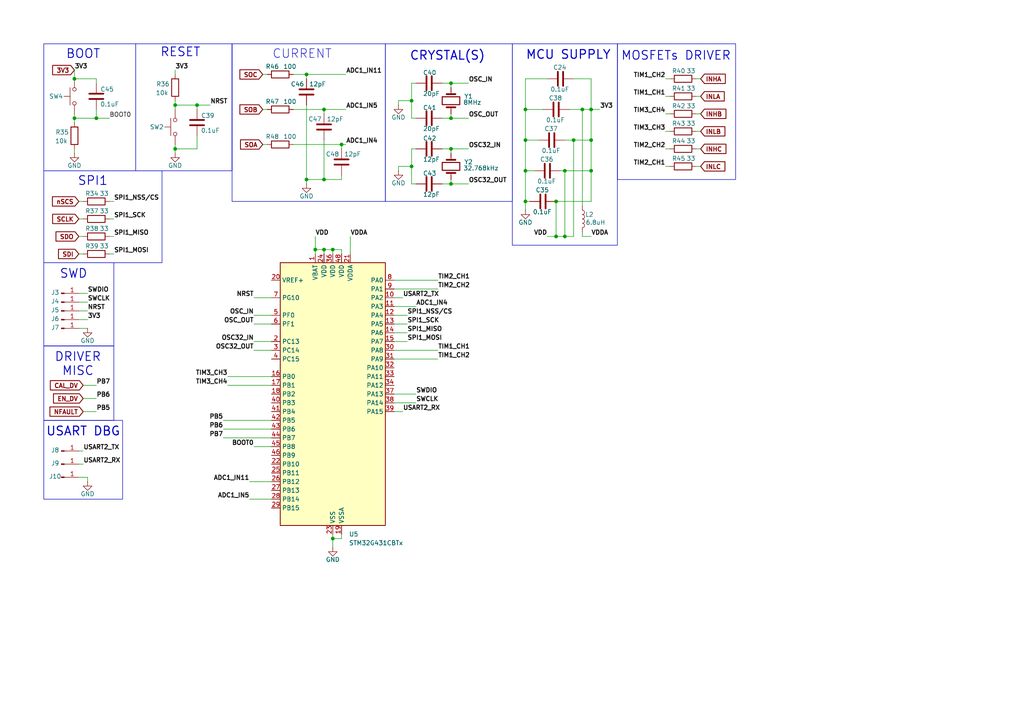
<source format=kicad_sch>
(kicad_sch (version 20250114) (generator "eeschema") (generator_version "9.0")
  (paper "A4")
  (lib_symbols
    (symbol "Connector:Conn_01x01_Pin" (pin_names (offset 1.016) (hide yes))
      (property "Reference" "J" (at 0 2.54 0))
      (property "Value" "Conn_01x01_Pin" (at 0 -2.54 0))
      (symbol "Conn_01x01_Pin_1_1"
        (rectangle (start 0.8636 0.127) (end 0 -0.127) (stroke (width 0.1524)) (fill (type outline)))
        (polyline (pts (xy 1.27 0) (xy 0.8636 0)) (stroke (width 0.1524)))
        (pin passive line (at 5.08 0 180) (length 3.81) (name "Pin_1") (number "1"))
      )
    )
    (symbol "Device:C" (pin_numbers (hide yes)) (pin_names (offset 0.254))
      (property "Reference" "C" (at 0.635 2.54 0))
      (property "Value" "C" (at 0.635 -2.54 0))
      (symbol "C_0_1"
        (polyline (pts (xy -2.032 0.762) (xy 2.032 0.762)) (stroke (width 0.508)))
        (polyline (pts (xy -2.032 -0.762) (xy 2.032 -0.762)) (stroke (width 0.508)))
      )
      (symbol "C_1_1"
        (pin passive line (at 0 3.81 270) (length 2.794) (name "~") (number "1"))
        (pin passive line (at 0 -3.81 90) (length 2.794) (name "~") (number "2"))
      )
    )
    (symbol "Device:Crystal" (pin_numbers (hide yes)) (pin_names (offset 1.016) (hide yes))
      (property "Reference" "Y" (at 0 3.81 0))
      (property "Value" "Crystal" (at 0 -3.81 0))
      (symbol "Crystal_0_1"
        (polyline (pts (xy -2.54 0) (xy -1.905 0)))
        (polyline (pts (xy -1.905 -1.27) (xy -1.905 1.27)) (stroke (width 0.508)))
        (rectangle (start -1.143 2.54) (end 1.143 -2.54) (stroke (width 0.3048)))
        (polyline (pts (xy 1.905 -1.27) (xy 1.905 1.27)) (stroke (width 0.508)))
        (polyline (pts (xy 2.54 0) (xy 1.905 0)))
      )
      (symbol "Crystal_1_1"
        (pin passive line (at -3.81 0 0) (length 1.27) (name "1") (number "1"))
        (pin passive line (at 3.81 0 180) (length 1.27) (name "2") (number "2"))
      )
    )
    (symbol "Device:L" (pin_numbers (hide yes)) (pin_names (offset 1.016) (hide yes))
      (property "Reference" "L" (at -1.27 0 90))
      (property "Value" "L" (at 1.905 0 90))
      (symbol "L_0_1"
        (arc (start 0 2.54) (mid 0.6323 1.905) (end 0 1.27))
        (arc (start 0 1.27) (mid 0.6323 0.635) (end 0 0))
        (arc (start 0 0) (mid 0.6323 -0.635) (end 0 -1.27))
        (arc (start 0 -1.27) (mid 0.6323 -1.905) (end 0 -2.54))
      )
      (symbol "L_1_1"
        (pin passive line (at 0 3.81 270) (length 1.27) (name "1") (number "1"))
        (pin passive line (at 0 -3.81 90) (length 1.27) (name "2") (number "2"))
      )
    )
    (symbol "Device:R" (pin_numbers (hide yes)) (pin_names (offset 0))
      (property "Reference" "R" (at 2.032 0 90))
      (property "Value" "R" (at 0 0 90))
      (symbol "R_0_1"
        (rectangle (start -1.016 -2.54) (end 1.016 2.54) (stroke (width 0.254)))
      )
      (symbol "R_1_1"
        (pin passive line (at 0 3.81 270) (length 1.27) (name "~") (number "1"))
        (pin passive line (at 0 -3.81 90) (length 1.27) (name "~") (number "2"))
      )
    )
    (symbol "MCU_ST_STM32G4:STM32G431CBTx"
      (property "Reference" "U" (at -15.24 39.37 0))
      (property "Value" "STM32G431CBTx" (at 7.62 39.37 0))
      (symbol "STM32G431CBTx_0_1"
        (rectangle (start -15.24 -38.1) (end 15.24 38.1) (stroke (width 0.254)) (fill (type background)))
      )
      (symbol "STM32G431CBTx_1_1"
        (pin input line (at -17.78 33.02 0) (length 2.54) (name "VREF+") (number "20"))
        (pin bidirectional line (at -17.78 27.94 0) (length 2.54) (name "PG10") (number "7"))
        (pin bidirectional line (at -17.78 22.86 0) (length 2.54) (name "PF0") (number "5"))
        (pin bidirectional line (at -17.78 20.32 0) (length 2.54) (name "PF1") (number "6"))
        (pin bidirectional line (at -17.78 15.24 0) (length 2.54) (name "PC13") (number "2"))
        (pin bidirectional line (at -17.78 12.7 0) (length 2.54) (name "PC14") (number "3"))
        (pin bidirectional line (at -17.78 10.16 0) (length 2.54) (name "PC15") (number "4"))
        (pin bidirectional line (at -17.78 5.08 0) (length 2.54) (name "PB0") (number "16"))
        (pin bidirectional line (at -17.78 2.54 0) (length 2.54) (name "PB1") (number "17"))
        (pin bidirectional line (at -17.78 0 0) (length 2.54) (name "PB2") (number "18"))
        (pin bidirectional line (at -17.78 -2.54 0) (length 2.54) (name "PB3") (number "40"))
        (pin bidirectional line (at -17.78 -5.08 0) (length 2.54) (name "PB4") (number "41"))
        (pin bidirectional line (at -17.78 -7.62 0) (length 2.54) (name "PB5") (number "42"))
        (pin bidirectional line (at -17.78 -10.16 0) (length 2.54) (name "PB6") (number "43"))
        (pin bidirectional line (at -17.78 -12.7 0) (length 2.54) (name "PB7") (number "44"))
        (pin bidirectional line (at -17.78 -15.24 0) (length 2.54) (name "PB8") (number "45"))
        (pin bidirectional line (at -17.78 -17.78 0) (length 2.54) (name "PB9") (number "46"))
        (pin bidirectional line (at -17.78 -20.32 0) (length 2.54) (name "PB10") (number "22"))
        (pin bidirectional line (at -17.78 -22.86 0) (length 2.54) (name "PB11") (number "25"))
        (pin bidirectional line (at -17.78 -25.4 0) (length 2.54) (name "PB12") (number "26"))
        (pin bidirectional line (at -17.78 -27.94 0) (length 2.54) (name "PB13") (number "27"))
        (pin bidirectional line (at -17.78 -30.48 0) (length 2.54) (name "PB14") (number "28"))
        (pin bidirectional line (at -17.78 -33.02 0) (length 2.54) (name "PB15") (number "29"))
        (pin power_in line (at -5.08 40.64 270) (length 2.54) (name "VBAT") (number "1"))
        (pin power_in line (at -2.54 40.64 270) (length 2.54) (name "VDD") (number "24"))
        (pin power_in line (at 0 40.64 270) (length 2.54) (name "VDD") (number "36"))
        (pin power_in line (at 0 -40.64 90) (length 2.54) (name "VSS") (number "23"))
        (pin passive line (at 0 -40.64 90) (length 2.54) (hide yes) (name "VSS") (number "35"))
        (pin passive line (at 0 -40.64 90) (length 2.54) (hide yes) (name "VSS") (number "47"))
        (pin power_in line (at 2.54 40.64 270) (length 2.54) (name "VDD") (number "48"))
        (pin power_in line (at 2.54 -40.64 90) (length 2.54) (name "VSSA") (number "19"))
        (pin power_in line (at 5.08 40.64 270) (length 2.54) (name "VDDA") (number "21"))
        (pin bidirectional line (at 17.78 33.02 180) (length 2.54) (name "PA0") (number "8"))
        (pin bidirectional line (at 17.78 30.48 180) (length 2.54) (name "PA1") (number "9"))
        (pin bidirectional line (at 17.78 27.94 180) (length 2.54) (name "PA2") (number "10"))
        (pin bidirectional line (at 17.78 25.4 180) (length 2.54) (name "PA3") (number "11"))
        (pin bidirectional line (at 17.78 22.86 180) (length 2.54) (name "PA4") (number "12"))
        (pin bidirectional line (at 17.78 20.32 180) (length 2.54) (name "PA5") (number "13"))
        (pin bidirectional line (at 17.78 17.78 180) (length 2.54) (name "PA6") (number "14"))
        (pin bidirectional line (at 17.78 15.24 180) (length 2.54) (name "PA7") (number "15"))
        (pin bidirectional line (at 17.78 12.7 180) (length 2.54) (name "PA8") (number "30"))
        (pin bidirectional line (at 17.78 10.16 180) (length 2.54) (name "PA9") (number "31"))
        (pin bidirectional line (at 17.78 7.62 180) (length 2.54) (name "PA10") (number "32"))
        (pin bidirectional line (at 17.78 5.08 180) (length 2.54) (name "PA11") (number "33"))
        (pin bidirectional line (at 17.78 2.54 180) (length 2.54) (name "PA12") (number "34"))
        (pin bidirectional line (at 17.78 0 180) (length 2.54) (name "PA13") (number "37"))
        (pin bidirectional line (at 17.78 -2.54 180) (length 2.54) (name "PA14") (number "38"))
        (pin bidirectional line (at 17.78 -5.08 180) (length 2.54) (name "PA15") (number "39"))
      )
    )
    (symbol "Switch:SW_Omron_B3FS" (pin_numbers (hide yes)) (pin_names (offset 1.016) (hide yes))
      (property "Reference" "SW" (at 1.27 2.54 0))
      (property "Value" "SW_Omron_B3FS" (at 0 -1.524 0))
      (symbol "SW_Omron_B3FS_0_1"
        (circle (center -2.032 0) (radius 0.508))
        (polyline (pts (xy 0 1.27) (xy 0 3.048)))
        (circle (center 2.032 0) (radius 0.508))
        (polyline (pts (xy 2.54 1.27) (xy -2.54 1.27)))
        (pin passive line (at -5.08 0 0) (length 2.54) (name "1") (number "1"))
        (pin passive line (at 5.08 0 180) (length 2.54) (name "2") (number "2"))
      )
    )
    (symbol "power:GND" (power) (pin_numbers (hide yes)) (pin_names (offset 0) (hide yes))
      (property "Value" "GND" (at 0 -3.81 0))
      (symbol "GND_0_1"
        (polyline (pts (xy 0 0) (xy 0 -1.27) (xy 1.27 -1.27) (xy 0 -2.54) (xy -1.27 -1.27) (xy 0 -1.27)))
      )
      (symbol "GND_1_1"
        (pin power_in line (at 0 0 270) (length 0) (name "~") (number "1"))
      )
    )
  )
  (rectangle (start 12.7 49.53) (end 46.99 76.2))
  (rectangle (start 179.07 12.7) (end 213.36 52.07))
  (rectangle (start 111.76 12.7) (end 148.59 58.42))
  (rectangle (start 12.7 121.92) (end 35.56 144.78))
  (rectangle (start 39.37 12.7) (end 67.31 49.53))
  (rectangle (start 12.7 12.7) (end 39.37 49.53))
  (rectangle (start 67.31 12.7) (end 111.76 58.42))
  (rectangle (start 12.7 76.2) (end 33.02 100.33))
  (rectangle (start 148.59 12.7) (end 179.07 71.12))
  (rectangle (start 12.7 100.33) (end 33.02 121.92))
  (text "DRIVER\nMISC" (at 22.606 105.664 0) (effects (font (size 2.54 2.54) (thickness 0.254) (bold yes))))
  (text "CRYSTAL(S)" (at 129.794 16.256 0) (effects (font (size 2.54 2.54) (thickness 0.3175))))
  (text "MCU SUPPLY" (at 164.846 16.002 0) (effects (font (size 2.54 2.54) (thickness 0.3175))))
  (text "SPI1" (at 26.924 52.578 0) (effects (font (size 2.54 2.54) (thickness 0.254) (bold yes))))
  (text "CURRENT" (at 87.63 15.748 0) (effects (font (size 2.54 2.54) (thickness 0.1588))))
  (text "USART DBG" (at 24.13 125.222 0) (effects (font (size 2.54 2.54) (thickness 0.3175))))
  (text "SWD" (at 21.336 79.502 0) (effects (font (size 2.54 2.54) (thickness 0.254) (bold yes))))
  (text "MOSFETs DRIVER" (at 196.088 16.256 0) (effects (font (size 2.54 2.54) (thickness 0.254) (bold yes))))
  (text "RESET" (at 52.324 15.24 0) (effects (font (size 2.54 2.54) (thickness 0.254) (bold yes))))
  (text "BOOT" (at 24.13 15.748 0) (effects (font (size 2.54 2.54) (thickness 0.254) (bold yes))))
  (junction (at 152.4 40.64))
  (junction (at 130.81 43.18))
  (junction (at 152.4 58.42))
  (junction (at 21.59 34.29))
  (junction (at 50.8 43.18))
  (junction (at 130.81 34.29))
  (junction (at 57.15 30.48))
  (junction (at 96.52 156.21))
  (junction (at 27.94 34.29))
  (junction (at 161.29 68.58))
  (junction (at 91.44 72.39))
  (junction (at 88.9 21.59))
  (junction (at 152.4 49.53))
  (junction (at 96.52 72.39))
  (junction (at 88.9 52.07))
  (junction (at 93.98 52.07))
  (junction (at 171.45 31.75))
  (junction (at 171.45 49.53))
  (junction (at 171.45 40.64))
  (junction (at 130.81 24.13))
  (junction (at 93.98 31.75))
  (junction (at 152.4 31.75))
  (junction (at 93.98 72.39))
  (junction (at 130.81 53.34))
  (junction (at 161.29 58.42))
  (junction (at 21.59 22.86))
  (junction (at 166.37 40.64))
  (junction (at 119.38 48.26))
  (junction (at 99.06 41.91))
  (junction (at 163.83 49.53))
  (junction (at 163.83 68.58))
  (junction (at 119.38 29.21))
  (junction (at 168.91 31.75))
  (junction (at 50.8 30.48))
  (wire (pts (xy 135.89 43.18) (xy 130.81 43.18)))
  (wire (pts (xy 73.66 101.6) (xy 78.74 101.6)))
  (wire (pts (xy 161.29 68.58) (xy 163.83 68.58)))
  (wire (pts (xy 156.21 40.64) (xy 152.4 40.64)))
  (wire (pts (xy 96.52 156.21) (xy 99.06 156.21)))
  (wire (pts (xy 85.09 31.75) (xy 93.98 31.75)))
  (wire (pts (xy 168.91 68.58) (xy 171.45 68.58)))
  (wire (pts (xy 168.91 31.75) (xy 168.91 59.69)))
  (wire (pts (xy 21.59 34.29) (xy 21.59 35.56)))
  (wire (pts (xy 93.98 31.75) (xy 93.98 33.02)))
  (wire (pts (xy 31.75 63.5) (xy 33.02 63.5)))
  (wire (pts (xy 21.59 33.02) (xy 21.59 34.29)))
  (wire (pts (xy 93.98 72.39) (xy 93.98 73.66)))
  (wire (pts (xy 168.91 31.75) (xy 171.45 31.75)))
  (wire (pts (xy 24.13 134.62) (xy 22.86 134.62)))
  (wire (pts (xy 114.3 101.6) (xy 127 101.6)))
  (wire (pts (xy 21.59 22.86) (xy 27.94 22.86)))
  (wire (pts (xy 120.65 116.84) (xy 114.3 116.84)))
  (wire (pts (xy 99.06 72.39) (xy 96.52 72.39)))
  (wire (pts (xy 152.4 58.42) (xy 152.4 49.53)))
  (wire (pts (xy 130.81 43.18) (xy 130.81 44.45)))
  (wire (pts (xy 203.2 33.02) (xy 201.93 33.02)))
  (wire (pts (xy 114.3 104.14) (xy 127 104.14)))
  (wire (pts (xy 171.45 31.75) (xy 173.99 31.75)))
  (wire (pts (xy 152.4 58.42) (xy 153.67 58.42)))
  (wire (pts (xy 27.94 34.29) (xy 21.59 34.29)))
  (wire (pts (xy 171.45 40.64) (xy 171.45 49.53)))
  (wire (pts (xy 73.66 91.44) (xy 78.74 91.44)))
  (wire (pts (xy 93.98 52.07) (xy 99.06 52.07)))
  (wire (pts (xy 168.91 67.31) (xy 168.91 68.58)))
  (wire (pts (xy 57.15 30.48) (xy 50.8 30.48)))
  (wire (pts (xy 25.4 90.17) (xy 22.86 90.17)))
  (wire (pts (xy 116.84 119.38) (xy 114.3 119.38)))
  (wire (pts (xy 93.98 31.75) (xy 100.33 31.75)))
  (wire (pts (xy 158.75 22.86) (xy 152.4 22.86)))
  (wire (pts (xy 72.39 144.78) (xy 78.74 144.78)))
  (wire (pts (xy 166.37 40.64) (xy 171.45 40.64)))
  (wire (pts (xy 88.9 21.59) (xy 88.9 22.86)))
  (wire (pts (xy 118.11 99.06) (xy 114.3 99.06)))
  (wire (pts (xy 130.81 24.13) (xy 130.81 25.4)))
  (wire (pts (xy 99.06 73.66) (xy 99.06 72.39)))
  (wire (pts (xy 130.81 33.02) (xy 130.81 34.29)))
  (wire (pts (xy 193.04 27.94) (xy 194.31 27.94)))
  (wire (pts (xy 161.29 58.42) (xy 171.45 58.42)))
  (wire (pts (xy 25.4 92.71) (xy 22.86 92.71)))
  (wire (pts (xy 31.75 68.58) (xy 33.02 68.58)))
  (wire (pts (xy 76.2 31.75) (xy 77.47 31.75)))
  (wire (pts (xy 163.83 40.64) (xy 166.37 40.64)))
  (wire (pts (xy 73.66 93.98) (xy 78.74 93.98)))
  (wire (pts (xy 96.52 72.39) (xy 96.52 73.66)))
  (wire (pts (xy 101.6 68.58) (xy 101.6 73.66)))
  (wire (pts (xy 203.2 38.1) (xy 201.93 38.1)))
  (wire (pts (xy 64.77 127) (xy 78.74 127)))
  (wire (pts (xy 85.09 21.59) (xy 88.9 21.59)))
  (wire (pts (xy 21.59 43.18) (xy 21.59 44.45)))
  (wire (pts (xy 163.83 49.53) (xy 163.83 68.58)))
  (wire (pts (xy 161.29 68.58) (xy 161.29 58.42)))
  (wire (pts (xy 120.65 114.3) (xy 114.3 114.3)))
  (wire (pts (xy 88.9 21.59) (xy 100.33 21.59)))
  (wire (pts (xy 22.86 138.43) (xy 25.4 138.43)))
  (wire (pts (xy 130.81 34.29) (xy 135.89 34.29)))
  (wire (pts (xy 119.38 48.26) (xy 119.38 53.34)))
  (wire (pts (xy 96.52 154.94) (xy 96.52 156.21)))
  (wire (pts (xy 115.57 49.53) (xy 115.57 48.26)))
  (wire (pts (xy 158.75 68.58) (xy 161.29 68.58)))
  (wire (pts (xy 115.57 48.26) (xy 119.38 48.26)))
  (wire (pts (xy 119.38 43.18) (xy 119.38 48.26)))
  (wire (pts (xy 24.13 111.76) (xy 27.94 111.76)))
  (wire (pts (xy 50.8 29.21) (xy 50.8 30.48)))
  (wire (pts (xy 193.04 43.18) (xy 194.31 43.18)))
  (wire (pts (xy 25.4 87.63) (xy 22.86 87.63)))
  (wire (pts (xy 118.11 91.44) (xy 114.3 91.44)))
  (wire (pts (xy 203.2 27.94) (xy 201.93 27.94)))
  (wire (pts (xy 57.15 43.18) (xy 50.8 43.18)))
  (wire (pts (xy 31.75 73.66) (xy 33.02 73.66)))
  (wire (pts (xy 50.8 30.48) (xy 50.8 31.75)))
  (wire (pts (xy 163.83 49.53) (xy 171.45 49.53)))
  (wire (pts (xy 116.84 86.36) (xy 114.3 86.36)))
  (wire (pts (xy 118.11 96.52) (xy 114.3 96.52)))
  (wire (pts (xy 57.15 30.48) (xy 60.96 30.48)))
  (wire (pts (xy 93.98 40.64) (xy 93.98 52.07)))
  (wire (pts (xy 120.65 43.18) (xy 119.38 43.18)))
  (wire (pts (xy 27.94 24.13) (xy 27.94 22.86)))
  (wire (pts (xy 152.4 22.86) (xy 152.4 31.75)))
  (wire (pts (xy 88.9 30.48) (xy 88.9 52.07)))
  (wire (pts (xy 88.9 52.07) (xy 93.98 52.07)))
  (wire (pts (xy 115.57 29.21) (xy 119.38 29.21)))
  (wire (pts (xy 152.4 31.75) (xy 152.4 40.64)))
  (wire (pts (xy 96.52 156.21) (xy 96.52 158.75)))
  (wire (pts (xy 22.86 63.5) (xy 24.13 63.5)))
  (wire (pts (xy 99.06 41.91) (xy 99.06 43.18)))
  (wire (pts (xy 99.06 41.91) (xy 100.33 41.91)))
  (wire (pts (xy 193.04 22.86) (xy 194.31 22.86)))
  (wire (pts (xy 21.59 20.32) (xy 21.59 22.86)))
  (wire (pts (xy 152.4 40.64) (xy 152.4 49.53)))
  (wire (pts (xy 22.86 58.42) (xy 24.13 58.42)))
  (wire (pts (xy 128.27 43.18) (xy 130.81 43.18)))
  (wire (pts (xy 57.15 30.48) (xy 57.15 31.75)))
  (wire (pts (xy 73.66 129.54) (xy 78.74 129.54)))
  (wire (pts (xy 99.06 50.8) (xy 99.06 52.07)))
  (wire (pts (xy 50.8 44.45) (xy 50.8 43.18)))
  (wire (pts (xy 166.37 40.64) (xy 166.37 68.58)))
  (wire (pts (xy 57.15 39.37) (xy 57.15 43.18)))
  (wire (pts (xy 193.04 38.1) (xy 194.31 38.1)))
  (wire (pts (xy 27.94 31.75) (xy 27.94 34.29)))
  (wire (pts (xy 165.1 31.75) (xy 168.91 31.75)))
  (wire (pts (xy 171.45 22.86) (xy 171.45 31.75)))
  (wire (pts (xy 24.13 130.81) (xy 22.86 130.81)))
  (wire (pts (xy 171.45 49.53) (xy 171.45 58.42)))
  (wire (pts (xy 152.4 60.96) (xy 152.4 58.42)))
  (wire (pts (xy 76.2 21.59) (xy 77.47 21.59)))
  (wire (pts (xy 22.86 68.58) (xy 24.13 68.58)))
  (wire (pts (xy 66.04 111.76) (xy 78.74 111.76)))
  (wire (pts (xy 24.13 115.57) (xy 27.94 115.57)))
  (wire (pts (xy 128.27 24.13) (xy 130.81 24.13)))
  (wire (pts (xy 120.65 24.13) (xy 119.38 24.13)))
  (wire (pts (xy 73.66 99.06) (xy 78.74 99.06)))
  (wire (pts (xy 163.83 68.58) (xy 166.37 68.58)))
  (wire (pts (xy 119.38 34.29) (xy 120.65 34.29)))
  (wire (pts (xy 130.81 52.07) (xy 130.81 53.34)))
  (wire (pts (xy 22.86 73.66) (xy 24.13 73.66)))
  (wire (pts (xy 162.56 49.53) (xy 163.83 49.53)))
  (wire (pts (xy 203.2 22.86) (xy 201.93 22.86)))
  (wire (pts (xy 96.52 72.39) (xy 93.98 72.39)))
  (wire (pts (xy 27.94 34.29) (xy 31.75 34.29)))
  (wire (pts (xy 50.8 20.32) (xy 50.8 21.59)))
  (wire (pts (xy 120.65 88.9) (xy 114.3 88.9)))
  (wire (pts (xy 157.48 31.75) (xy 152.4 31.75)))
  (wire (pts (xy 85.09 41.91) (xy 99.06 41.91)))
  (wire (pts (xy 25.4 138.43) (xy 25.4 139.7)))
  (wire (pts (xy 114.3 81.28) (xy 127 81.28)))
  (wire (pts (xy 73.66 86.36) (xy 78.74 86.36)))
  (wire (pts (xy 128.27 34.29) (xy 130.81 34.29)))
  (wire (pts (xy 193.04 48.26) (xy 194.31 48.26)))
  (wire (pts (xy 135.89 24.13) (xy 130.81 24.13)))
  (wire (pts (xy 31.75 58.42) (xy 33.02 58.42)))
  (wire (pts (xy 203.2 43.18) (xy 201.93 43.18)))
  (wire (pts (xy 114.3 83.82) (xy 127 83.82)))
  (wire (pts (xy 166.37 22.86) (xy 171.45 22.86)))
  (wire (pts (xy 128.27 53.34) (xy 130.81 53.34)))
  (wire (pts (xy 119.38 53.34) (xy 120.65 53.34)))
  (wire (pts (xy 118.11 93.98) (xy 114.3 93.98)))
  (wire (pts (xy 25.4 95.25) (xy 22.86 95.25)))
  (wire (pts (xy 203.2 48.26) (xy 201.93 48.26)))
  (wire (pts (xy 193.04 33.02) (xy 194.31 33.02)))
  (wire (pts (xy 66.04 109.22) (xy 78.74 109.22)))
  (wire (pts (xy 50.8 41.91) (xy 50.8 43.18)))
  (wire (pts (xy 64.77 121.92) (xy 78.74 121.92)))
  (wire (pts (xy 24.13 119.38) (xy 27.94 119.38)))
  (wire (pts (xy 171.45 31.75) (xy 171.45 40.64)))
  (wire (pts (xy 64.77 124.46) (xy 78.74 124.46)))
  (wire (pts (xy 154.94 49.53) (xy 152.4 49.53)))
  (wire (pts (xy 88.9 52.07) (xy 88.9 53.34)))
  (wire (pts (xy 72.39 139.7) (xy 78.74 139.7)))
  (wire (pts (xy 130.81 53.34) (xy 135.89 53.34)))
  (wire (pts (xy 76.2 41.91) (xy 77.47 41.91)))
  (wire (pts (xy 91.44 72.39) (xy 93.98 72.39)))
  (wire (pts (xy 119.38 29.21) (xy 119.38 34.29)))
  (wire (pts (xy 99.06 154.94) (xy 99.06 156.21)))
  (wire (pts (xy 119.38 24.13) (xy 119.38 29.21)))
  (wire (pts (xy 91.44 73.66) (xy 91.44 72.39)))
  (wire (pts (xy 25.4 85.09) (xy 22.86 85.09)))
  (wire (pts (xy 91.44 68.58) (xy 91.44 72.39)))
  (wire (pts (xy 115.57 30.48) (xy 115.57 29.21)))
  (label "TIM1_CH2" (at 127 104.14 0) (effects (font (thickness 0.254) (bold yes))))
  (label "ADC1_IN5" (at 72.39 144.78 180) (effects (font (thickness 0.254) (bold yes))))
  (label "ADC1_IN5" (at 100.33 31.75 0) (effects (font (thickness 0.254) (bold yes))))
  (label "SPI1_MOSI" (at 118.11 99.06 0) (effects (font (thickness 0.254) (bold yes))))
  (label "NRST" (at 73.66 86.36 180) (effects (font (thickness 0.254) (bold yes))))
  (label "VDDA" (at 101.6 68.58 0) (effects (font (thickness 0.254) (bold yes))))
  (label "SPI1_SCK" (at 33.02 63.5 0) (effects (font (thickness 0.254) (bold yes))))
  (label "TIM2_CH1" (at 127 81.28 0) (effects (font (thickness 0.254) (bold yes))))
  (label "3V3" (at 50.8 20.32 0) (effects (font (thickness 0.254) (bold yes))))
  (label "SPI1_NSS{slash}CS" (at 118.11 91.44 0) (effects (font (thickness 0.254) (bold yes))))
  (label "VDD" (at 91.44 68.58 0) (effects (font (thickness 0.254) (bold yes))))
  (label "PB7" (at 64.77 127 180) (effects (font (thickness 0.254) (bold yes))))
  (label "SWCLK" (at 25.4 87.63 0) (effects (font (thickness 0.254) (bold yes))))
  (label "OSC_IN" (at 135.89 24.13 0) (effects (font (thickness 0.254) (bold yes))))
  (label "SPI1_MISO" (at 118.11 96.52 0) (effects (font (thickness 0.254) (bold yes))))
  (label "VDD" (at 158.75 68.58 180) (effects (font (thickness 0.254) (bold yes))))
  (label "PB5" (at 27.94 119.38 0) (effects (font (thickness 0.254) (bold yes))))
  (label "TIM3_CH3" (at 193.04 38.1 180) (effects (font (thickness 0.254) (bold yes))))
  (label "OSC_IN" (at 73.66 91.44 180) (effects (font (thickness 0.254) (bold yes))))
  (label "OSC32_OUT" (at 73.66 101.6 180) (effects (font (thickness 0.254) (bold yes))))
  (label "SWDIO" (at 120.65 114.3 0) (effects (font (thickness 0.254) (bold yes))))
  (label "SPI1_NSS{slash}CS" (at 33.02 58.42 0) (effects (font (thickness 0.254) (bold yes))))
  (label "TIM1_CH2" (at 193.04 22.86 180) (effects (font (thickness 0.254) (bold yes))))
  (label "OSC32_IN" (at 135.89 43.18 0) (effects (font (thickness 0.254) (bold yes))))
  (label "PB6" (at 64.77 124.46 180) (effects (font (thickness 0.254) (bold yes))))
  (label "PB5" (at 64.77 121.92 180) (effects (font (thickness 0.254) (bold yes))))
  (label "TIM1_CH1" (at 127 101.6 0) (effects (font (thickness 0.254) (bold yes))))
  (label "USART2_RX" (at 116.84 119.38 0) (effects (font (thickness 0.254) (bold yes))))
  (label "ADC1_IN4" (at 100.33 41.91 0) (effects (font (thickness 0.254) (bold yes))))
  (label "OSC_OUT" (at 135.89 34.29 0) (effects (font (thickness 0.254) (bold yes))))
  (label "ADC1_IN4" (at 120.65 88.9 0) (effects (font (thickness 0.254) (bold yes))))
  (label "ADC1_IN11" (at 72.39 139.7 180) (effects (font (thickness 0.254) (bold yes))))
  (label "SWDIO" (at 25.4 85.09 0) (effects (font (thickness 0.254) (bold yes))))
  (label "TIM2_CH1" (at 193.04 48.26 180) (effects (font (thickness 0.254) (bold yes))))
  (label "SWCLK" (at 120.65 116.84 0) (effects (font (thickness 0.254) (bold yes))))
  (label "3V3" (at 21.59 20.32 0) (effects (font (thickness 0.254) (bold yes))))
  (label "SPI1_MISO" (at 33.02 68.58 0) (effects (font (thickness 0.254) (bold yes))))
  (label "VDDA" (at 171.45 68.58 0) (effects (font (thickness 0.254) (bold yes))))
  (label "TIM1_CH1" (at 193.04 27.94 180) (effects (font (thickness 0.254) (bold yes))))
  (label "PB6" (at 27.94 115.57 0) (effects (font (thickness 0.254) (bold yes))))
  (label "USART2_TX" (at 24.13 130.81 0) (effects (font (thickness 0.254) (bold yes))))
  (label "PB7" (at 27.94 111.76 0) (effects (font (thickness 0.254) (bold yes))))
  (label "BOOT0" (at 73.66 129.54 180) (effects (font (thickness 0.254) (bold yes))))
  (label "BOOT0" (at 31.75 34.29 0))
  (label "NRST" (at 25.4 90.17 0) (effects (font (thickness 0.254) (bold yes))))
  (label "USART2_RX" (at 24.13 134.62 0) (effects (font (thickness 0.254) (bold yes))))
  (label "3V3" (at 173.99 31.75 0) (effects (font (thickness 0.254) (bold yes))))
  (label "OSC_OUT" (at 73.66 93.98 180) (effects (font (thickness 0.254) (bold yes))))
  (label "SPI1_MOSI" (at 33.02 73.66 0) (effects (font (thickness 0.254) (bold yes))))
  (label "OSC32_OUT" (at 135.89 53.34 0) (effects (font (thickness 0.254) (bold yes))))
  (label "SPI1_SCK" (at 118.11 93.98 0) (effects (font (thickness 0.254) (bold yes))))
  (label "TIM3_CH3" (at 66.04 109.22 180) (effects (font (thickness 0.254) (bold yes))))
  (label "NRST" (at 60.96 30.48 0) (effects (font (thickness 0.254) (bold yes))))
  (label "3V3" (at 25.4 92.71 0) (effects (font (thickness 0.254) (bold yes))))
  (label "ADC1_IN11" (at 100.33 21.59 0) (effects (font (thickness 0.254) (bold yes))))
  (label "TIM3_CH4" (at 66.04 111.76 180) (effects (font (thickness 0.254) (bold yes))))
  (label "TIM3_CH4" (at 193.04 33.02 180) (effects (font (thickness 0.254) (bold yes))))
  (label "TIM2_CH2" (at 127 83.82 0) (effects (font (thickness 0.254) (bold yes))))
  (label "OSC32_IN" (at 73.66 99.06 180) (effects (font (thickness 0.254) (bold yes))))
  (label "TIM2_CH2" (at 193.04 43.18 180) (effects (font (thickness 0.254) (bold yes))))
  (label "USART2_TX" (at 116.84 86.36 0) (effects (font (thickness 0.254) (bold yes))))
  (global_label "SOC" (shape input) (at 76.2 21.59 180) (effects (font (thickness 0.254) (bold yes))) (property "Intersheetrefs" "${INTERSHEET_REFS}" (effects (hide yes))))
  (global_label "SDI" (shape input) (at 22.86 73.66 180) (effects (font (thickness 0.254) (bold yes))) (property "Intersheetrefs" "${INTERSHEET_REFS}" (effects (hide yes))))
  (global_label "INHA" (shape input) (at 203.2 22.86 0) (effects (font (thickness 0.254) (bold yes))) (property "Intersheetrefs" "${INTERSHEET_REFS}" (effects (hide yes))))
  (global_label "NFAULT" (shape input) (at 24.13 119.38 180) (effects (font (thickness 0.254) (bold yes))) (property "Intersheetrefs" "${INTERSHEET_REFS}" (effects (hide yes))))
  (global_label "INLB" (shape input) (at 203.2 38.1 0) (effects (font (thickness 0.254) (bold yes))) (property "Intersheetrefs" "${INTERSHEET_REFS}" (effects (hide yes))))
  (global_label "SDO" (shape input) (at 22.86 68.58 180) (effects (font (thickness 0.254) (bold yes))) (property "Intersheetrefs" "${INTERSHEET_REFS}" (effects (hide yes))))
  (global_label "3V3" (shape input) (at 21.59 20.32 180) (effects (font (thickness 0.254) (bold yes))) (property "Intersheetrefs" "${INTERSHEET_REFS}" (effects (hide yes))))
  (global_label "INLA" (shape input) (at 203.2 27.94 0) (effects (font (thickness 0.254) (bold yes))) (property "Intersheetrefs" "${INTERSHEET_REFS}" (effects (hide yes))))
  (global_label "SOA" (shape input) (at 76.2 41.91 180) (effects (font (thickness 0.254) (bold yes))) (property "Intersheetrefs" "${INTERSHEET_REFS}" (effects (hide yes))))
  (global_label "SCLK" (shape input) (at 22.86 63.5 180) (effects (font (thickness 0.254) (bold yes))) (property "Intersheetrefs" "${INTERSHEET_REFS}" (effects (hide yes))))
  (global_label "INHC" (shape input) (at 203.2 43.18 0) (effects (font (thickness 0.254) (bold yes))) (property "Intersheetrefs" "${INTERSHEET_REFS}" (effects (hide yes))))
  (global_label "INHB" (shape input) (at 203.2 33.02 0) (effects (font (thickness 0.254) (bold yes))) (property "Intersheetrefs" "${INTERSHEET_REFS}" (effects (hide yes))))
  (global_label "CAL_DV" (shape input) (at 24.13 111.76 180) (effects (font (thickness 0.254) (bold yes))) (property "Intersheetrefs" "${INTERSHEET_REFS}" (effects (hide yes))))
  (global_label "nSCS" (shape input) (at 22.86 58.42 180) (effects (font (thickness 0.254) (bold yes))) (property "Intersheetrefs" "${INTERSHEET_REFS}" (effects (hide yes))))
  (global_label "EN_DV" (shape input) (at 24.13 115.57 180) (effects (font (thickness 0.254) (bold yes))) (property "Intersheetrefs" "${INTERSHEET_REFS}" (effects (hide yes))))
  (global_label "INLC" (shape input) (at 203.2 48.26 0) (effects (font (thickness 0.254) (bold yes))) (property "Intersheetrefs" "${INTERSHEET_REFS}" (effects (hide yes))))
  (global_label "SOB" (shape input) (at 76.2 31.75 180) (effects (font (thickness 0.254) (bold yes))) (property "Intersheetrefs" "${INTERSHEET_REFS}" (effects (hide yes))))
  (symbol (lib_id "power:GND") (at 25.4 139.7 0) (unit 1)
    (property "Reference" "#PWR032" (effects (hide yes)))
    (property "Value" "GND" (at 25.4 143.256 0))
    (property "Description" "Power symbol creates a global label with name \"GND\" , ground" (effects (hide yes)))
  )
  (symbol (lib_id "power:GND") (at 152.4 60.96 0) (unit 1)
    (property "Reference" "#PWR024" (effects (hide yes)))
    (property "Value" "GND" (at 152.4 64.516 0))
    (property "Description" "Power symbol creates a global label with name \"GND\" , ground" (effects (hide yes)))
  )
  (symbol (lib_id "Device:L") (at 168.91 63.5 0) (unit 1)
    (property "Reference" "L2" (at 170.942 62.23 0))
    (property "Value" "6.8uH" (at 172.72 64.516 0))
    (property "Footprint" "Inductor_SMD:L_0805_2012Metric_Pad1.05x1.20mm_HandSolder" (effects (hide yes)))
    (property "Description" "Inductor" (effects (hide yes)))
  )
  (symbol (lib_id "Device:R") (at 21.59 39.37 0) (unit 1)
    (property "Reference" "R35" (at 18.034 38.354 0))
    (property "Value" "10k" (at 17.78 40.894 0))
    (property "Footprint" "Resistor_SMD:R_0603_1608Metric_Pad0.98x0.95mm_HandSolder" (effects (hide yes)))
    (property "Description" "Resistor" (effects (hide yes)))
  )
  (symbol (lib_id "Device:C") (at 88.9 26.67 0) (unit 1)
    (property "Reference" "C46" (at 84.328 24.384 0) (effects (justify left)))
    (property "Value" "12pF" (at 89.662 24.384 0) (effects (justify left)))
    (property "Footprint" "Capacitor_SMD:C_0805_2012Metric_Pad1.18x1.45mm_HandSolder" (effects (hide yes)))
    (property "Description" "Unpolarized capacitor" (effects (hide yes)))
  )
  (symbol (lib_id "Device:C") (at 158.75 49.53 90) (unit 1)
    (property "Reference" "C36" (at 160.528 46.228 90) (effects (justify left)))
    (property "Value" "0.1uF" (at 161.29 52.578 90) (effects (justify left)))
    (property "Footprint" "Capacitor_SMD:C_0805_2012Metric_Pad1.18x1.45mm_HandSolder" (effects (hide yes)))
    (property "Description" "Unpolarized capacitor" (effects (hide yes)))
  )
  (symbol (lib_id "Device:C") (at 99.06 46.99 0) (unit 1)
    (property "Reference" "C48" (at 94.488 44.704 0) (effects (justify left)))
    (property "Value" "12pF" (at 99.822 44.704 0) (effects (justify left)))
    (property "Footprint" "Capacitor_SMD:C_0805_2012Metric_Pad1.18x1.45mm_HandSolder" (effects (hide yes)))
    (property "Description" "Unpolarized capacitor" (effects (hide yes)))
  )
  (symbol (lib_id "Connector:Conn_01x01_Pin") (at 17.78 92.71 0) (unit 1)
    (property "Reference" "J6" (at 16.002 92.456 0))
    (property "Value" "Conn_01x01_Pin" (effects (hide yes)))
    (property "Footprint" "Connector_PinHeader_2.54mm:PinHeader_1x01_P2.54mm_Vertical" (effects (hide yes)))
    (property "Description" "Generic connector, single row, 01x01, script generated" (effects (hide yes)))
  )
  (symbol (lib_id "MCU_ST_STM32G4:STM32G431CBTx") (at 96.52 114.3 0) (unit 1)
    (property "Reference" "U5" (at 101.2033 154.94 0) (effects (justify left)))
    (property "Value" "STM32G431CBTx" (at 101.2033 157.48 0) (effects (justify left)))
    (property "Footprint" "Package_QFP:LQFP-48_7x7mm_P0.5mm" (effects (hide yes)))
    (property "Datasheet" "https://www.st.com/resource/en/datasheet/stm32g431cb.pdf" (effects (hide yes)))
    (property "Description" "STMicroelectronics Arm Cortex-M4 MCU, 128KB flash, 32KB RAM, 170 MHz, 1.71-3.6V, 38 GPIO, LQFP48" (effects (hide yes)))
  )
  (symbol (lib_id "Device:C") (at 161.29 31.75 90) (unit 1)
    (property "Reference" "C38" (at 163.068 28.448 90) (effects (justify left)))
    (property "Value" "0.1uF" (at 163.83 34.798 90) (effects (justify left)))
    (property "Footprint" "Capacitor_SMD:C_0805_2012Metric_Pad1.18x1.45mm_HandSolder" (effects (hide yes)))
    (property "Description" "Unpolarized capacitor" (effects (hide yes)))
  )
  (symbol (lib_id "Switch:SW_Omron_B3FS") (at 21.59 27.94 90) (unit 1)
    (property "Reference" "SW4" (at 14.224 27.94 90) (effects (justify right)))
    (property "Value" "SW_Omron_B3FS" (effects (hide yes)))
    (property "Footprint" "Button_Switch_SMD:SW_SPST_Omron_B3FS-101xP" (effects (hide yes)))
    (property "Datasheet" "https://omronfs.omron.com/en_US/ecb/products/pdf/en-b3fs.pdf" (effects (hide yes)))
    (property "Description" "Omron B3FS 6x6mm single pole normally-open tactile switch" (effects (hide yes)))
  )
  (symbol (lib_id "power:GND") (at 96.52 158.75 0) (unit 1)
    (property "Reference" "#PWR025" (effects (hide yes)))
    (property "Value" "GND" (at 96.52 162.306 0))
    (property "Description" "Power symbol creates a global label with name \"GND\" , ground" (effects (hide yes)))
  )
  (symbol (lib_id "Connector:Conn_01x01_Pin") (at 17.78 134.62 0) (unit 1)
    (property "Reference" "J9" (at 16.002 134.366 0))
    (property "Value" "Conn_01x01_Pin" (effects (hide yes)))
    (property "Footprint" "Connector_PinHeader_2.54mm:PinHeader_1x01_P2.54mm_Vertical" (effects (hide yes)))
    (property "Description" "Generic connector, single row, 01x01, script generated" (effects (hide yes)))
  )
  (symbol (lib_id "Device:Crystal") (at 130.81 48.26 90) (unit 1)
    (property "Reference" "Y2" (at 134.62 46.9899 90) (effects (justify right)))
    (property "Value" "32.768kHz" (at 134.366 48.768 90) (effects (justify right)))
    (property "Footprint" "Crystal:Crystal_SMD_2012-2Pin_2.0x1.2mm_HandSoldering" (effects (hide yes)))
    (property "Description" "Two pin crystal" (effects (hide yes)))
  )
  (symbol (lib_id "Device:R") (at 198.12 48.26 270) (unit 1)
    (property "Reference" "R45" (at 196.85 45.974 90))
    (property "Value" "33" (at 200.406 45.974 90))
    (property "Footprint" "Resistor_SMD:R_0603_1608Metric_Pad0.98x0.95mm_HandSolder" (effects (hide yes)))
    (property "Description" "Resistor" (effects (hide yes)))
  )
  (symbol (lib_id "Device:C") (at 93.98 36.83 0) (unit 1)
    (property "Reference" "C47" (at 89.408 34.544 0) (effects (justify left)))
    (property "Value" "12pF" (at 94.742 34.544 0) (effects (justify left)))
    (property "Footprint" "Capacitor_SMD:C_0805_2012Metric_Pad1.18x1.45mm_HandSolder" (effects (hide yes)))
    (property "Description" "Unpolarized capacitor" (effects (hide yes)))
  )
  (symbol (lib_id "Device:C") (at 157.48 58.42 90) (unit 1)
    (property "Reference" "C35" (at 159.258 55.118 90) (effects (justify left)))
    (property "Value" "0.1uF" (at 160.02 61.468 90) (effects (justify left)))
    (property "Footprint" "Capacitor_SMD:C_0805_2012Metric_Pad1.18x1.45mm_HandSolder" (effects (hide yes)))
    (property "Description" "Unpolarized capacitor" (effects (hide yes)))
  )
  (symbol (lib_id "Device:R") (at 27.94 68.58 270) (unit 1)
    (property "Reference" "R38" (at 26.67 66.294 90))
    (property "Value" "33" (at 30.226 66.294 90))
    (property "Footprint" "Resistor_SMD:R_0603_1608Metric_Pad0.98x0.95mm_HandSolder" (effects (hide yes)))
    (property "Description" "Resistor" (effects (hide yes)))
  )
  (symbol (lib_id "Device:R") (at 198.12 33.02 270) (unit 1)
    (property "Reference" "R42" (at 196.85 30.734 90))
    (property "Value" "33" (at 200.406 30.734 90))
    (property "Footprint" "Resistor_SMD:R_0603_1608Metric_Pad0.98x0.95mm_HandSolder" (effects (hide yes)))
    (property "Description" "Resistor" (effects (hide yes)))
  )
  (symbol (lib_id "Device:C") (at 124.46 43.18 270) (unit 1)
    (property "Reference" "C42" (at 122.682 40.132 90) (effects (justify left)))
    (property "Value" "12pF" (at 122.682 46.228 90) (effects (justify left)))
    (property "Footprint" "Capacitor_SMD:C_0805_2012Metric_Pad1.18x1.45mm_HandSolder" (effects (hide yes)))
    (property "Description" "Unpolarized capacitor" (effects (hide yes)))
  )
  (symbol (lib_id "Device:R") (at 81.28 21.59 270) (unit 1)
    (property "Reference" "R46" (at 78.994 19.304 90))
    (property "Value" "100" (at 84.074 19.304 90))
    (property "Footprint" "Resistor_SMD:R_0603_1608Metric_Pad0.98x0.95mm_HandSolder" (effects (hide yes)))
    (property "Description" "Resistor" (effects (hide yes)))
  )
  (symbol (lib_id "Device:Crystal") (at 130.81 29.21 90) (unit 1)
    (property "Reference" "Y1" (at 134.62 27.9399 90) (effects (justify right)))
    (property "Value" "8MHz" (at 134.366 29.718 90) (effects (justify right)))
    (property "Footprint" "Crystal:Crystal_SMD_2012-2Pin_2.0x1.2mm_HandSoldering" (effects (hide yes)))
    (property "Description" "Two pin crystal" (effects (hide yes)))
  )
  (symbol (lib_id "Device:R") (at 27.94 58.42 270) (unit 1)
    (property "Reference" "R34" (at 26.67 56.134 90))
    (property "Value" "33" (at 30.226 56.134 90))
    (property "Footprint" "Resistor_SMD:R_0603_1608Metric_Pad0.98x0.95mm_HandSolder" (effects (hide yes)))
    (property "Description" "Resistor" (effects (hide yes)))
  )
  (symbol (lib_id "Device:C") (at 124.46 34.29 270) (unit 1)
    (property "Reference" "C41" (at 122.682 31.242 90) (effects (justify left)))
    (property "Value" "20pF" (at 122.682 37.338 90) (effects (justify left)))
    (property "Footprint" "Capacitor_SMD:C_0805_2012Metric_Pad1.18x1.45mm_HandSolder" (effects (hide yes)))
    (property "Description" "Unpolarized capacitor" (effects (hide yes)))
  )
  (symbol (lib_id "Switch:SW_Omron_B3FS") (at 50.8 36.83 90) (unit 1)
    (property "Reference" "SW2" (at 43.434 36.83 90) (effects (justify right)))
    (property "Value" "SW_Omron_B3FS" (effects (hide yes)))
    (property "Footprint" "Button_Switch_SMD:SW_SPST_Omron_B3FS-101xP" (effects (hide yes)))
    (property "Datasheet" "https://omronfs.omron.com/en_US/ecb/products/pdf/en-b3fs.pdf" (effects (hide yes)))
    (property "Description" "Omron B3FS 6x6mm single pole normally-open tactile switch" (effects (hide yes)))
  )
  (symbol (lib_id "Device:C") (at 160.02 40.64 90) (unit 1)
    (property "Reference" "C37" (at 161.798 37.338 90) (effects (justify left)))
    (property "Value" "0.1uF" (at 162.56 43.688 90) (effects (justify left)))
    (property "Footprint" "Capacitor_SMD:C_0805_2012Metric_Pad1.18x1.45mm_HandSolder" (effects (hide yes)))
    (property "Description" "Unpolarized capacitor" (effects (hide yes)))
  )
  (symbol (lib_id "Device:R") (at 198.12 38.1 270) (unit 1)
    (property "Reference" "R43" (at 196.85 35.814 90))
    (property "Value" "33" (at 200.406 35.814 90))
    (property "Footprint" "Resistor_SMD:R_0603_1608Metric_Pad0.98x0.95mm_HandSolder" (effects (hide yes)))
    (property "Description" "Resistor" (effects (hide yes)))
  )
  (symbol (lib_id "Device:C") (at 124.46 24.13 270) (unit 1)
    (property "Reference" "C40" (at 122.682 21.082 90) (effects (justify left)))
    (property "Value" "20pF" (at 122.682 27.178 90) (effects (justify left)))
    (property "Footprint" "Capacitor_SMD:C_0805_2012Metric_Pad1.18x1.45mm_HandSolder" (effects (hide yes)))
    (property "Description" "Unpolarized capacitor" (effects (hide yes)))
  )
  (symbol (lib_id "Device:R") (at 27.94 63.5 270) (unit 1)
    (property "Reference" "R37" (at 26.67 61.214 90))
    (property "Value" "33" (at 30.226 61.214 90))
    (property "Footprint" "Resistor_SMD:R_0603_1608Metric_Pad0.98x0.95mm_HandSolder" (effects (hide yes)))
    (property "Description" "Resistor" (effects (hide yes)))
  )
  (symbol (lib_id "Device:C") (at 124.46 53.34 270) (unit 1)
    (property "Reference" "C43" (at 122.682 50.292 90) (effects (justify left)))
    (property "Value" "12pF" (at 122.682 56.388 90) (effects (justify left)))
    (property "Footprint" "Capacitor_SMD:C_0805_2012Metric_Pad1.18x1.45mm_HandSolder" (effects (hide yes)))
    (property "Description" "Unpolarized capacitor" (effects (hide yes)))
  )
  (symbol (lib_id "Connector:Conn_01x01_Pin") (at 17.78 138.43 0) (unit 1)
    (property "Reference" "J10" (at 16.002 138.176 0))
    (property "Value" "Conn_01x01_Pin" (effects (hide yes)))
    (property "Footprint" "Connector_PinHeader_2.54mm:PinHeader_1x01_P2.54mm_Vertical" (effects (hide yes)))
    (property "Description" "Generic connector, single row, 01x01, script generated" (effects (hide yes)))
  )
  (symbol (lib_id "Device:R") (at 50.8 25.4 0) (unit 1)
    (property "Reference" "R36" (at 47.244 24.384 0))
    (property "Value" "10k" (at 46.99 26.924 0))
    (property "Footprint" "Resistor_SMD:R_0603_1608Metric_Pad0.98x0.95mm_HandSolder" (effects (hide yes)))
    (property "Description" "Resistor" (effects (hide yes)))
  )
  (symbol (lib_id "Connector:Conn_01x01_Pin") (at 17.78 87.63 0) (unit 1)
    (property "Reference" "J4" (at 16.002 87.376 0))
    (property "Value" "Conn_01x01_Pin" (effects (hide yes)))
    (property "Footprint" "Connector_PinHeader_2.54mm:PinHeader_1x01_P2.54mm_Vertical" (effects (hide yes)))
    (property "Description" "Generic connector, single row, 01x01, script generated" (effects (hide yes)))
  )
  (symbol (lib_id "Device:R") (at 27.94 73.66 270) (unit 1)
    (property "Reference" "R39" (at 26.67 71.374 90))
    (property "Value" "33" (at 30.226 71.374 90))
    (property "Footprint" "Resistor_SMD:R_0603_1608Metric_Pad0.98x0.95mm_HandSolder" (effects (hide yes)))
    (property "Description" "Resistor" (effects (hide yes)))
  )
  (symbol (lib_id "Connector:Conn_01x01_Pin") (at 17.78 95.25 0) (unit 1)
    (property "Reference" "J7" (at 16.002 94.996 0))
    (property "Value" "Conn_01x01_Pin" (effects (hide yes)))
    (property "Footprint" "Connector_PinHeader_2.54mm:PinHeader_1x01_P2.54mm_Vertical" (effects (hide yes)))
    (property "Description" "Generic connector, single row, 01x01, script generated" (effects (hide yes)))
  )
  (symbol (lib_id "power:GND") (at 115.57 49.53 0) (unit 1)
    (property "Reference" "#PWR029" (effects (hide yes)))
    (property "Value" "GND" (at 115.57 53.086 0))
    (property "Description" "Power symbol creates a global label with name \"GND\" , ground" (effects (hide yes)))
  )
  (symbol (lib_id "power:GND") (at 88.9 53.34 0) (unit 1)
    (property "Reference" "#PWR031" (effects (hide yes)))
    (property "Value" "GND" (at 88.9 56.896 0))
    (property "Description" "Power symbol creates a global label with name \"GND\" , ground" (effects (hide yes)))
  )
  (symbol (lib_id "Device:R") (at 81.28 41.91 270) (unit 1)
    (property "Reference" "R48" (at 78.994 39.624 90))
    (property "Value" "100" (at 84.074 39.624 90))
    (property "Footprint" "Resistor_SMD:R_0603_1608Metric_Pad0.98x0.95mm_HandSolder" (effects (hide yes)))
    (property "Description" "Resistor" (effects (hide yes)))
  )
  (symbol (lib_id "Device:R") (at 198.12 27.94 270) (unit 1)
    (property "Reference" "R41" (at 196.85 25.654 90))
    (property "Value" "33" (at 200.406 25.654 90))
    (property "Footprint" "Resistor_SMD:R_0603_1608Metric_Pad0.98x0.95mm_HandSolder" (effects (hide yes)))
    (property "Description" "Resistor" (effects (hide yes)))
  )
  (symbol (lib_id "Device:C") (at 162.56 22.86 90) (unit 1)
    (property "Reference" "C24" (at 164.338 19.558 90) (effects (justify left)))
    (property "Value" "0.1uF" (at 165.1 25.908 90) (effects (justify left)))
    (property "Footprint" "Capacitor_SMD:C_0805_2012Metric_Pad1.18x1.45mm_HandSolder" (effects (hide yes)))
    (property "Description" "Unpolarized capacitor" (effects (hide yes)))
  )
  (symbol (lib_id "Device:R") (at 198.12 43.18 270) (unit 1)
    (property "Reference" "R44" (at 196.85 40.894 90))
    (property "Value" "33" (at 200.406 40.894 90))
    (property "Footprint" "Resistor_SMD:R_0603_1608Metric_Pad0.98x0.95mm_HandSolder" (effects (hide yes)))
    (property "Description" "Resistor" (effects (hide yes)))
  )
  (symbol (lib_id "power:GND") (at 21.59 44.45 0) (unit 1)
    (property "Reference" "#PWR026" (effects (hide yes)))
    (property "Value" "GND" (at 21.59 48.006 0))
    (property "Description" "Power symbol creates a global label with name \"GND\" , ground" (effects (hide yes)))
  )
  (symbol (lib_id "Connector:Conn_01x01_Pin") (at 17.78 130.81 0) (unit 1)
    (property "Reference" "J8" (at 16.002 130.556 0))
    (property "Value" "Conn_01x01_Pin" (effects (hide yes)))
    (property "Footprint" "Connector_PinHeader_2.54mm:PinHeader_1x01_P2.54mm_Vertical" (effects (hide yes)))
    (property "Description" "Generic connector, single row, 01x01, script generated" (effects (hide yes)))
  )
  (symbol (lib_id "Connector:Conn_01x01_Pin") (at 17.78 85.09 0) (unit 1)
    (property "Reference" "J3" (at 16.002 84.836 0))
    (property "Value" "Conn_01x01_Pin" (effects (hide yes)))
    (property "Footprint" "Connector_PinHeader_2.54mm:PinHeader_1x01_P2.54mm_Vertical" (effects (hide yes)))
    (property "Description" "Generic connector, single row, 01x01, script generated" (effects (hide yes)))
  )
  (symbol (lib_id "Device:R") (at 198.12 22.86 270) (unit 1)
    (property "Reference" "R40" (at 196.85 20.574 90))
    (property "Value" "33" (at 200.406 20.574 90))
    (property "Footprint" "Resistor_SMD:R_0603_1608Metric_Pad0.98x0.95mm_HandSolder" (effects (hide yes)))
    (property "Description" "Resistor" (effects (hide yes)))
  )
  (symbol (lib_id "Device:C") (at 27.94 27.94 180) (unit 1)
    (property "Reference" "C45" (at 33.02 25.908 0) (effects (justify left)))
    (property "Value" "0.1uF" (at 34.544 30.226 0) (effects (justify left)))
    (property "Footprint" "Capacitor_SMD:C_0805_2012Metric_Pad1.18x1.45mm_HandSolder" (effects (hide yes)))
    (property "Description" "Unpolarized capacitor" (effects (hide yes)))
  )
  (symbol (lib_id "power:GND") (at 50.8 44.45 0) (unit 1)
    (property "Reference" "#PWR027" (effects (hide yes)))
    (property "Value" "GND" (at 50.8 48.006 0))
    (property "Description" "Power symbol creates a global label with name \"GND\" , ground" (effects (hide yes)))
  )
  (symbol (lib_id "Device:R") (at 81.28 31.75 270) (unit 1)
    (property "Reference" "R47" (at 78.994 29.464 90))
    (property "Value" "100" (at 84.074 29.464 90))
    (property "Footprint" "Resistor_SMD:R_0603_1608Metric_Pad0.98x0.95mm_HandSolder" (effects (hide yes)))
    (property "Description" "Resistor" (effects (hide yes)))
  )
  (symbol (lib_id "Device:C") (at 57.15 35.56 180) (unit 1)
    (property "Reference" "C39" (at 62.23 33.528 0) (effects (justify left)))
    (property "Value" "0.1uF" (at 63.754 37.846 0) (effects (justify left)))
    (property "Footprint" "Capacitor_SMD:C_0805_2012Metric_Pad1.18x1.45mm_HandSolder" (effects (hide yes)))
    (property "Description" "Unpolarized capacitor" (effects (hide yes)))
  )
  (symbol (lib_id "Connector:Conn_01x01_Pin") (at 17.78 90.17 0) (unit 1)
    (property "Reference" "J5" (at 16.002 89.916 0))
    (property "Value" "Conn_01x01_Pin" (effects (hide yes)))
    (property "Footprint" "Connector_PinHeader_2.54mm:PinHeader_1x01_P2.54mm_Vertical" (effects (hide yes)))
    (property "Description" "Generic connector, single row, 01x01, script generated" (effects (hide yes)))
  )
  (symbol (lib_id "power:GND") (at 115.57 30.48 0) (unit 1)
    (property "Reference" "#PWR028" (effects (hide yes)))
    (property "Value" "GND" (at 115.57 34.036 0))
    (property "Description" "Power symbol creates a global label with name \"GND\" , ground" (effects (hide yes)))
  )
  (symbol (lib_id "power:GND") (at 25.4 95.25 0) (unit 1)
    (property "Reference" "#PWR030" (effects (hide yes)))
    (property "Value" "GND" (at 25.4 98.806 0))
    (property "Description" "Power symbol creates a global label with name \"GND\" , ground" (effects (hide yes)))
  )
)
</source>
